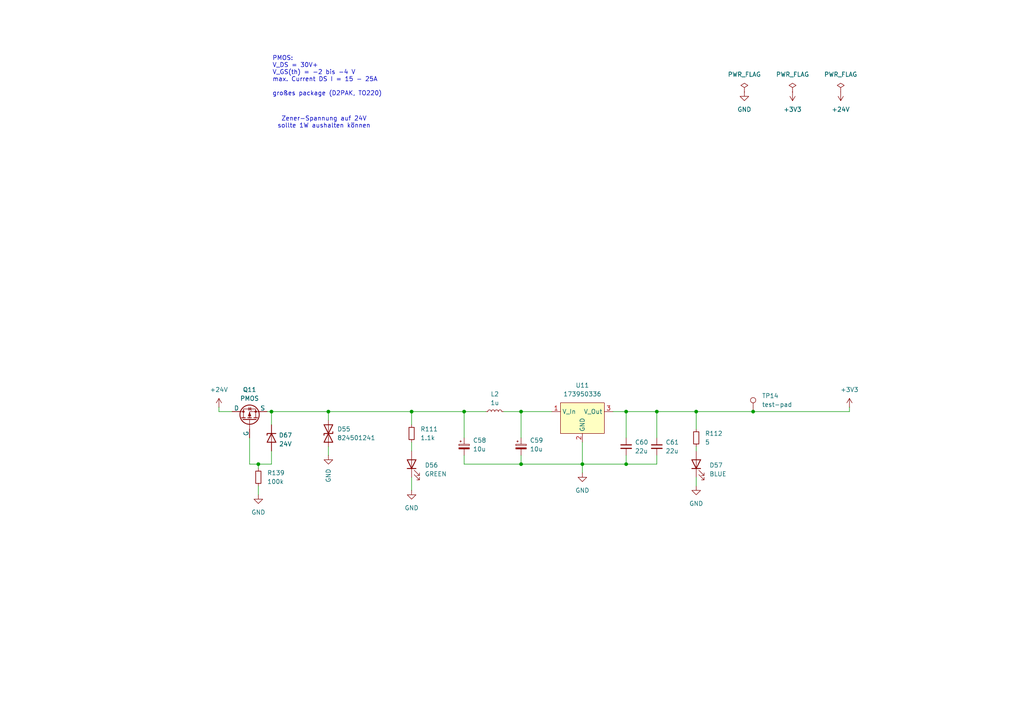
<source format=kicad_sch>
(kicad_sch (version 20231120) (generator "eeschema") (generator_version "8.0")
  (paper "A4")
  (title_block (title "PDU FT25") (date "2024-11-23") (rev "V1.1") (company "Janek Herm") (comment 1 "FaSTTUBe Electronics"))
  (lib_symbols
    (symbol "Connector:TestPoint" (pin_numbers hide) (pin_names (offset 0.762) hide)
      (property "Reference" "TP" (at 0 6.858 0))
      (property "Value" "TestPoint" (at 0 5.08 0))
      (symbol "TestPoint_0_1"
        (circle (center 0 3.302) (radius 0.762))
      )
      (symbol "TestPoint_1_1"
        (pin passive line (at 0 0 90) (length 2.54) (name "1") (number "1"))
      )
    )
    (symbol "Device:C_Polarized_Small" (pin_numbers hide) (pin_names (offset 0.254) hide)
      (property "Reference" "C" (at 0.254 1.778 0))
      (property "Value" "C_Polarized_Small" (at 0.254 -2.032 0))
      (symbol "C_Polarized_Small_0_1"
        (rectangle (start -1.524 -0.3048) (end 1.524 -0.6858) (fill (type outline)))
        (rectangle (start -1.524 0.6858) (end 1.524 0.3048))
        (polyline (pts (xy -1.27 1.524) (xy -0.762 1.524)))
        (polyline (pts (xy -1.016 1.27) (xy -1.016 1.778)))
      )
      (symbol "C_Polarized_Small_1_1"
        (pin passive line (at 0 2.54 270) (length 1.8542) (name "~") (number "1"))
        (pin passive line (at 0 -2.54 90) (length 1.8542) (name "~") (number "2"))
      )
    )
    (symbol "Device:C_Small" (pin_numbers hide) (pin_names (offset 0.254) hide)
      (property "Reference" "C" (at 0.254 1.778 0))
      (property "Value" "C_Small" (at 0.254 -2.032 0))
      (symbol "C_Small_0_1"
        (polyline (pts (xy -1.524 -0.508) (xy 1.524 -0.508)) (stroke (width 0.3302)))
        (polyline (pts (xy -1.524 0.508) (xy 1.524 0.508)) (stroke (width 0.3048)))
      )
      (symbol "C_Small_1_1"
        (pin passive line (at 0 2.54 270) (length 2.032) (name "~") (number "1"))
        (pin passive line (at 0 -2.54 90) (length 2.032) (name "~") (number "2"))
      )
    )
    (symbol "Device:D_TVS" (pin_numbers hide) (pin_names (offset 1.016) hide)
      (property "Reference" "D" (at 0 2.54 0))
      (property "Value" "D_TVS" (at 0 -2.54 0))
      (symbol "D_TVS_0_1"
        (polyline (pts (xy 1.27 0) (xy -1.27 0)))
        (polyline (pts (xy 0.508 1.27) (xy 0 1.27) (xy 0 -1.27) (xy -0.508 -1.27)) (stroke (width 0.254)))
        (polyline (pts (xy -2.54 1.27) (xy -2.54 -1.27) (xy 2.54 1.27) (xy 2.54 -1.27) (xy -2.54 1.27)) (stroke (width 0.254)))
      )
      (symbol "D_TVS_1_1"
        (pin passive line (at -3.81 0 0) (length 2.54) (name "A1") (number "1"))
        (pin passive line (at 3.81 0 180) (length 2.54) (name "A2") (number "2"))
      )
    )
    (symbol "Device:D_Zener" (pin_numbers hide) (pin_names (offset 1.016) hide)
      (property "Reference" "D" (at 0 2.54 0))
      (property "Value" "D_Zener" (at 0 -2.54 0))
      (symbol "D_Zener_0_1"
        (polyline (pts (xy 1.27 0) (xy -1.27 0)))
        (polyline (pts (xy -1.27 -1.27) (xy -1.27 1.27) (xy -0.762 1.27)) (stroke (width 0.254)))
        (polyline (pts (xy 1.27 -1.27) (xy 1.27 1.27) (xy -1.27 0) (xy 1.27 -1.27)) (stroke (width 0.254)))
      )
      (symbol "D_Zener_1_1"
        (pin passive line (at -3.81 0 0) (length 2.54) (name "K") (number "1"))
        (pin passive line (at 3.81 0 180) (length 2.54) (name "A") (number "2"))
      )
    )
    (symbol "Device:LED" (pin_numbers hide) (pin_names (offset 1.016) hide)
      (property "Reference" "D" (at 0 2.54 0))
      (property "Value" "LED" (at 0 -2.54 0))
      (symbol "LED_0_1"
        (polyline (pts (xy -1.27 -1.27) (xy -1.27 1.27)) (stroke (width 0.254)))
        (polyline (pts (xy -1.27 0) (xy 1.27 0)))
        (polyline (pts (xy 1.27 -1.27) (xy 1.27 1.27) (xy -1.27 0) (xy 1.27 -1.27)) (stroke (width 0.254)))
        (polyline (pts (xy -3.048 -0.762) (xy -4.572 -2.286) (xy -3.81 -2.286) (xy -4.572 -2.286) (xy -4.572 -1.524)))
        (polyline (pts (xy -1.778 -0.762) (xy -3.302 -2.286) (xy -2.54 -2.286) (xy -3.302 -2.286) (xy -3.302 -1.524)))
      )
      (symbol "LED_1_1"
        (pin passive line (at -3.81 0 0) (length 2.54) (name "K") (number "1"))
        (pin passive line (at 3.81 0 180) (length 2.54) (name "A") (number "2"))
      )
    )
    (symbol "Device:L_Small" (pin_numbers hide) (pin_names (offset 0.254) hide)
      (property "Reference" "L" (at 0.762 1.016 0))
      (property "Value" "L_Small" (at 0.762 -1.016 0))
      (symbol "L_Small_0_1"
        (arc (start 0 -2.032) (mid 0.5058 -1.524) (end 0 -1.016))
        (arc (start 0 -1.016) (mid 0.5058 -0.508) (end 0 0))
        (arc (start 0 0) (mid 0.5058 0.508) (end 0 1.016))
        (arc (start 0 1.016) (mid 0.5058 1.524) (end 0 2.032))
      )
      (symbol "L_Small_1_1"
        (pin passive line (at 0 2.54 270) (length 0.508) (name "~") (number "1"))
        (pin passive line (at 0 -2.54 90) (length 0.508) (name "~") (number "2"))
      )
    )
    (symbol "Device:R_Small" (pin_numbers hide) (pin_names (offset 0.254) hide)
      (property "Reference" "R" (at 0.762 0.508 0))
      (property "Value" "R_Small" (at 0.762 -1.016 0))
      (symbol "R_Small_0_1"
        (rectangle (start -0.762 1.778) (end 0.762 -1.778) (stroke (width 0.2032)))
      )
      (symbol "R_Small_1_1"
        (pin passive line (at 0 2.54 270) (length 0.762) (name "~") (number "1"))
        (pin passive line (at 0 -2.54 90) (length 0.762) (name "~") (number "2"))
      )
    )
    (symbol "FaSTTUBe_Voltage_Regulators:MagI3C-WPME-FDSM"
      (property "Reference" "U" (at 0 6.858 0))
      (property "Value" "WPME-FDSM" (at -0.254 4.826 0))
      (symbol "MagI3C-WPME-FDSM_1_1"
        (rectangle (start -6.35 3.81) (end 6.35 -5.08) (fill (type background)))
        (pin input line (at -8.89 1.27 0) (length 2.54) (name "V_In") (number "1"))
        (pin power_in line (at 0 -7.62 90) (length 2.54) (name "GND") (number "2"))
        (pin passive line (at 8.89 1.27 180) (length 2.54) (name "V_Out") (number "3"))
      )
    )
    (symbol "Simulation_SPICE:PMOS" (pin_numbers hide) (pin_names (offset 0))
      (property "Reference" "Q" (at 5.08 1.27 0))
      (property "Value" "PMOS" (at 5.08 -1.27 0))
      (symbol "PMOS_0_1"
        (polyline (pts (xy 0.254 0) (xy -2.54 0)))
        (polyline (pts (xy 0.254 1.905) (xy 0.254 -1.905)) (stroke (width 0.254)))
        (polyline (pts (xy 0.762 -1.27) (xy 0.762 -2.286)) (stroke (width 0.254)))
        (polyline (pts (xy 0.762 0.508) (xy 0.762 -0.508)) (stroke (width 0.254)))
        (polyline (pts (xy 0.762 2.286) (xy 0.762 1.27)) (stroke (width 0.254)))
        (polyline (pts (xy 2.54 2.54) (xy 2.54 1.778)))
        (polyline (pts (xy 2.54 -2.54) (xy 2.54 0) (xy 0.762 0)))
        (polyline (pts (xy 0.762 1.778) (xy 3.302 1.778) (xy 3.302 -1.778) (xy 0.762 -1.778)))
        (polyline (pts (xy 2.286 0) (xy 1.27 0.381) (xy 1.27 -0.381) (xy 2.286 0)) (fill (type outline)))
        (polyline (pts (xy 2.794 -0.508) (xy 2.921 -0.381) (xy 3.683 -0.381) (xy 3.81 -0.254)))
        (polyline (pts (xy 3.302 -0.381) (xy 2.921 0.254) (xy 3.683 0.254) (xy 3.302 -0.381)))
        (circle (center 1.651 0) (radius 2.794) (stroke (width 0.254)))
        (circle (center 2.54 -1.778) (radius 0.254) (fill (type outline)))
        (circle (center 2.54 1.778) (radius 0.254) (fill (type outline)))
      )
      (symbol "PMOS_1_1"
        (pin passive line (at 2.54 5.08 270) (length 2.54) (name "D") (number "1"))
        (pin input line (at -5.08 0 0) (length 2.54) (name "G") (number "2"))
        (pin passive line (at 2.54 -5.08 90) (length 2.54) (name "S") (number "3"))
      )
    )
    (symbol "power:+24V" (power) (pin_numbers hide) (pin_names (offset 0) hide)
      (property "Value" "+24V" (at 0 3.556 0))
      (symbol "+24V_0_1"
        (polyline (pts (xy -0.762 1.27) (xy 0 2.54)))
        (polyline (pts (xy 0 0) (xy 0 2.54)))
        (polyline (pts (xy 0 2.54) (xy 0.762 1.27)))
      )
      (symbol "+24V_1_1"
        (pin power_in line (at 0 0 90) (length 0) (name "~") (number "1"))
      )
    )
    (symbol "power:+3.3V" (power) (pin_numbers hide) (pin_names (offset 0) hide)
      (property "Value" "+3.3V" (at 0 3.556 0))
      (symbol "+3.3V_0_1"
        (polyline (pts (xy -0.762 1.27) (xy 0 2.54)))
        (polyline (pts (xy 0 0) (xy 0 2.54)))
        (polyline (pts (xy 0 2.54) (xy 0.762 1.27)))
      )
      (symbol "+3.3V_1_1"
        (pin power_in line (at 0 0 90) (length 0) (name "~") (number "1"))
      )
    )
    (symbol "power:GND" (power) (pin_numbers hide) (pin_names (offset 0) hide)
      (property "Value" "GND" (at 0 -3.81 0))
      (symbol "GND_0_1"
        (polyline (pts (xy 0 0) (xy 0 -1.27) (xy 1.27 -1.27) (xy 0 -2.54) (xy -1.27 -1.27) (xy 0 -1.27)))
      )
      (symbol "GND_1_1"
        (pin power_in line (at 0 0 270) (length 0) (name "~") (number "1"))
      )
    )
    (symbol "power:PWR_FLAG" (power) (pin_numbers hide) (pin_names (offset 0) hide)
      (property "Value" "PWR_FLAG" (at 0 3.81 0))
      (symbol "PWR_FLAG_0_0"
        (pin power_out line (at 0 0 90) (length 0) (name "~") (number "1"))
      )
      (symbol "PWR_FLAG_0_1"
        (polyline (pts (xy 0 0) (xy 0 1.27) (xy -1.016 1.905) (xy 0 2.54) (xy 1.016 1.905) (xy 0 1.27)))
      )
    )
  )
  (junction (at 95.25 119.38))
  (junction (at 181.61 134.62))
  (junction (at 181.61 119.38))
  (junction (at 190.5 119.38))
  (junction (at 218.44 119.38))
  (junction (at 168.91 134.62))
  (junction (at 201.93 119.38))
  (junction (at 134.62 119.38))
  (junction (at 78.74 119.38))
  (junction (at 119.38 119.38))
  (junction (at 151.13 134.62))
  (junction (at 151.13 119.38))
  (junction (at 74.93 134.62))
  (wire (pts (xy 201.93 119.38) (xy 218.44 119.38)))
  (wire (pts (xy 181.61 134.62) (xy 190.5 134.62)))
  (wire (pts (xy 181.61 132.08) (xy 181.61 134.62)))
  (wire (pts (xy 168.91 134.62) (xy 168.91 137.16)))
  (wire (pts (xy 72.39 134.62) (xy 74.93 134.62)))
  (wire (pts (xy 119.38 119.38) (xy 119.38 123.19)))
  (wire (pts (xy 151.13 119.38) (xy 160.02 119.38)))
  (wire (pts (xy 168.91 128.27) (xy 168.91 134.62)))
  (wire (pts (xy 95.25 119.38) (xy 119.38 119.38)))
  (wire (pts (xy 146.05 119.38) (xy 151.13 119.38)))
  (wire (pts (xy 181.61 119.38) (xy 181.61 127)))
  (wire (pts (xy 74.93 135.89) (xy 74.93 134.62)))
  (wire (pts (xy 95.25 119.38) (xy 95.25 121.92)))
  (wire (pts (xy 72.39 127) (xy 72.39 134.62)))
  (wire (pts (xy 119.38 119.38) (xy 134.62 119.38)))
  (wire (pts (xy 190.5 134.62) (xy 190.5 132.08)))
  (wire (pts (xy 74.93 140.97) (xy 74.93 143.51)))
  (wire (pts (xy 177.8 119.38) (xy 181.61 119.38)))
  (wire (pts (xy 63.5 119.38) (xy 67.31 119.38)))
  (wire (pts (xy 201.93 129.54) (xy 201.93 130.81)))
  (wire (pts (xy 78.74 130.81) (xy 78.74 134.62)))
  (wire (pts (xy 119.38 128.27) (xy 119.38 130.81)))
  (wire (pts (xy 151.13 119.38) (xy 151.13 127)))
  (wire (pts (xy 190.5 119.38) (xy 190.5 127)))
  (wire (pts (xy 168.91 134.62) (xy 181.61 134.62)))
  (wire (pts (xy 201.93 138.43) (xy 201.93 140.97)))
  (wire (pts (xy 119.38 138.43) (xy 119.38 142.24)))
  (wire (pts (xy 181.61 119.38) (xy 190.5 119.38)))
  (wire (pts (xy 190.5 119.38) (xy 201.93 119.38)))
  (wire (pts (xy 246.38 119.38) (xy 246.38 118.11)))
  (wire (pts (xy 218.44 119.38) (xy 246.38 119.38)))
  (wire (pts (xy 134.62 119.38) (xy 134.62 127)))
  (wire (pts (xy 63.5 119.38) (xy 63.5 118.11)))
  (wire (pts (xy 134.62 119.38) (xy 140.97 119.38)))
  (wire (pts (xy 95.25 132.08) (xy 95.25 129.54)))
  (wire (pts (xy 78.74 134.62) (xy 74.93 134.62)))
  (wire (pts (xy 78.74 119.38) (xy 78.74 123.19)))
  (wire (pts (xy 77.47 119.38) (xy 78.74 119.38)))
  (wire (pts (xy 78.74 119.38) (xy 95.25 119.38)))
  (wire (pts (xy 201.93 119.38) (xy 201.93 124.46)))
  (wire (pts (xy 151.13 132.08) (xy 151.13 134.62)))
  (wire (pts (xy 151.13 134.62) (xy 168.91 134.62)))
  (wire (pts (xy 134.62 132.08) (xy 134.62 134.62)))
  (wire (pts (xy 134.62 134.62) (xy 151.13 134.62)))
  (text "Zener-Spannung auf 24V\nsollte 1W aushalten können" (at 93.98 35.56 0) (effects (font (size 1.27 1.27))))
  (text "PMOS:\nV_DS = 30V+\nV_GS(th) = -2 bis -4 V\nmax. Current DS I = 15 - 25A\n\ngroßes package (D2PAK, TO220)" (at 78.994 22.098 0) (effects (font (size 1.27 1.27)) (justify left)))
  (symbol (lib_id "Device:R_Small") (at 119.38 125.73 0) (unit 1)
    (property "Reference" "R111" (at 121.92 124.4599 0) (effects (justify left)))
    (property "Value" "1.1k" (at 121.92 126.9999 0) (effects (justify left)))
    (property "Footprint" "Resistor_SMD:R_0603_1608Metric_Pad0.98x0.95mm_HandSolder" (effects (hide yes)))
    (property "Description" "Resistor, small symbol" (effects (hide yes)))
  )
  (symbol (lib_id "Device:R_Small") (at 74.93 138.43 0) (unit 1)
    (property "Reference" "R139" (at 77.47 137.1599 0) (effects (justify left)))
    (property "Value" "100k" (at 77.47 139.6999 0) (effects (justify left)))
    (property "Description" "Resistor, small symbol" (effects (hide yes)))
  )
  (symbol (lib_id "power:PWR_FLAG") (at 243.84 26.67 0) (unit 1)
    (property "Reference" "#FLG03" (effects (hide yes)))
    (property "Value" "PWR_FLAG" (at 243.84 21.59 0))
    (property "Description" "Special symbol for telling ERC where power comes from" (effects (hide yes)))
  )
  (symbol (lib_id "power:+3.3V") (at 246.38 118.11 0) (unit 1)
    (property "Reference" "#PWR0174" (effects (hide yes)))
    (property "Value" "+3V3" (at 246.38 113.03 0))
    (property "Description" "Power symbol creates a global label with name \"+3.3V\"" (effects (hide yes)))
  )
  (symbol (lib_id "Device:C_Small") (at 181.61 129.54 0) (unit 1)
    (property "Reference" "C60" (at 184.15 128.2762 0) (effects (justify left)))
    (property "Value" "22u" (at 184.15 130.8162 0) (effects (justify left)))
    (property "Footprint" "Capacitor_SMD:C_1210_3225Metric_Pad1.33x2.70mm_HandSolder" (effects (hide yes)))
    (property "Description" "Unpolarized capacitor, small symbol" (effects (hide yes)))
    (property "MPR" "885012109014" (effects (hide yes)))
  )
  (symbol (lib_id "power:PWR_FLAG") (at 215.9 26.67 0) (unit 1)
    (property "Reference" "#FLG01" (effects (hide yes)))
    (property "Value" "PWR_FLAG" (at 215.9 21.59 0))
    (property "Description" "Special symbol for telling ERC where power comes from" (effects (hide yes)))
  )
  (symbol (lib_id "Device:D_Zener") (at 78.74 127 90) (mirror x) (unit 1)
    (property "Reference" "D67" (at 82.804 126.238 90))
    (property "Value" "24V" (at 82.804 128.778 90))
    (property "Footprint" "3SMAJ5934B-TP:DIOM5226X244N" (effects (hide yes)))
    (property "Datasheet" "https://www.mouser.de/datasheet/2/258/3SMAJ5918B_3SMAJ5956B_SMA_-3423242.pdf" (effects (hide yes)))
    (property "Description" "Zener diode" (effects (hide yes)))
    (property "MPR" "3SMAJ5934B-TP" (effects (hide yes)))
  )
  (symbol (lib_id "Device:C_Small") (at 190.5 129.54 0) (unit 1)
    (property "Reference" "C61" (at 193.04 128.2762 0) (effects (justify left)))
    (property "Value" "22u" (at 193.04 130.8162 0) (effects (justify left)))
    (property "Footprint" "Capacitor_SMD:C_1210_3225Metric_Pad1.33x2.70mm_HandSolder" (effects (hide yes)))
    (property "Description" "Unpolarized capacitor, small symbol" (effects (hide yes)))
    (property "MPR" "885012109014" (effects (hide yes)))
  )
  (symbol (lib_id "power:GND") (at 119.38 142.24 0) (unit 1)
    (property "Reference" "#PWR0177" (effects (hide yes)))
    (property "Value" "GND" (at 119.38 147.32 0))
    (property "Description" "Power symbol creates a global label with name \"GND\" , ground" (effects (hide yes)))
  )
  (symbol (lib_id "Device:L_Small") (at 143.51 119.38 90) (unit 1)
    (property "Reference" "L2" (at 143.51 114.3 90))
    (property "Value" "1u" (at 143.51 116.84 90))
    (property "Footprint" "7447730:WE-PD2_453255" (effects (hide yes)))
    (property "Datasheet" "https://www.we-online.com/components/products/datasheet/7447730.pdf" (effects (hide yes)))
    (property "Description" "Inductor, small symbol" (effects (hide yes)))
    (property "MPR" "WE 7447730" (effects (hide yes)))
  )
  (symbol (lib_id "Device:LED") (at 119.38 134.62 90) (unit 1)
    (property "Reference" "D56" (at 123.19 134.9374 90) (effects (justify right)))
    (property "Value" "GREEN" (at 123.19 137.4774 90) (effects (justify right)))
    (property "Footprint" "Resistor_SMD:R_0603_1608Metric_Pad0.98x0.95mm_HandSolder" (effects (hide yes)))
    (property "Datasheet" "https://www.we-online.com/components/products/datasheet/150040GS73220.pdf" (effects (hide yes)))
    (property "Description" "Light emitting diode" (effects (hide yes)))
    (property "MPR" "150040GS73220" (effects (hide yes)))
  )
  (symbol (lib_id "power:GND") (at 74.93 143.51 0) (unit 1)
    (property "Reference" "#PWR0198" (effects (hide yes)))
    (property "Value" "GND" (at 74.93 148.59 0))
    (property "Description" "Power symbol creates a global label with name \"GND\" , ground" (effects (hide yes)))
  )
  (symbol (lib_id "power:+3.3V") (at 229.87 26.67 180) (unit 1)
    (property "Reference" "#PWR0166" (effects (hide yes)))
    (property "Value" "+3V3" (at 229.87 31.75 0))
    (property "Description" "Power symbol creates a global label with name \"+3.3V\"" (effects (hide yes)))
  )
  (symbol (lib_id "power:GND") (at 215.9 26.67 0) (unit 1)
    (property "Reference" "#PWR0165" (effects (hide yes)))
    (property "Value" "GND" (at 215.9 31.75 0))
    (property "Description" "Power symbol creates a global label with name \"GND\" , ground" (effects (hide yes)))
  )
  (symbol (lib_id "power:PWR_FLAG") (at 229.87 26.67 0) (unit 1)
    (property "Reference" "#FLG02" (effects (hide yes)))
    (property "Value" "PWR_FLAG" (at 229.87 21.59 0))
    (property "Description" "Special symbol for telling ERC where power comes from" (effects (hide yes)))
  )
  (symbol (lib_id "Device:C_Polarized_Small") (at 151.13 129.54 0) (unit 1)
    (property "Reference" "C59" (at 153.67 127.7238 0) (effects (justify left)))
    (property "Value" "10u" (at 153.67 130.2638 0) (effects (justify left)))
    (property "Footprint" "875115852001:CAPAE830X900N" (effects (hide yes)))
    (property "Datasheet" "https://www.we-online.com/components/products/datasheet/875115852001.pdf" (effects (hide yes)))
    (property "Description" "Polarized capacitor, small symbol" (effects (hide yes)))
    (property "MPR" "875115852001" (effects (hide yes)))
  )
  (symbol (lib_id "Device:D_TVS") (at 95.25 125.73 90) (mirror x) (unit 1)
    (property "Reference" "D55" (at 97.79 124.4599 90) (effects (justify right)))
    (property "Value" "824501241" (at 97.79 126.9999 90) (effects (justify right)))
    (property "Footprint" "824501241:DIOM5127X250N" (effects (hide yes)))
    (property "Datasheet" "https://www.we-online.com/components/products/datasheet/824501241.pdf" (effects (hide yes)))
    (property "Description" "Bidirectional transient-voltage-suppression diode" (effects (hide yes)))
  )
  (symbol (lib_id "Device:LED") (at 201.93 134.62 90) (unit 1)
    (property "Reference" "D57" (at 205.74 134.9374 90) (effects (justify right)))
    (property "Value" "BLUE" (at 205.74 137.4774 90) (effects (justify right)))
    (property "Footprint" "Resistor_SMD:R_0603_1608Metric_Pad0.98x0.95mm_HandSolder" (effects (hide yes)))
    (property "Datasheet" "https://www.we-online.com/components/products/datasheet/150040BS73220.pdf" (effects (hide yes)))
    (property "Description" "Light emitting diode" (effects (hide yes)))
    (property "MPR" "150040BS73220" (effects (hide yes)))
  )
  (symbol (lib_id "Connector:TestPoint") (at 218.44 119.38 0) (unit 1)
    (property "Reference" "TP14" (at 220.98 114.8079 0) (effects (justify left)))
    (property "Value" "test-pad" (at 220.98 117.3479 0) (effects (justify left)))
    (property "Description" "test point" (effects (hide yes)))
  )
  (symbol (lib_id "power:+24V") (at 243.84 26.67 180) (unit 1)
    (property "Reference" "#PWR0167" (effects (hide yes)))
    (property "Value" "+24V" (at 243.84 31.75 0))
    (property "Description" "Power symbol creates a global label with name \"+24V\"" (effects (hide yes)))
  )
  (symbol (lib_id "power:+24V") (at 63.5 118.11 0) (unit 1)
    (property "Reference" "#PWR0172" (effects (hide yes)))
    (property "Value" "+24V" (at 63.5 113.03 0))
    (property "Description" "Power symbol creates a global label with name \"+24V\"" (effects (hide yes)))
  )
  (symbol (lib_id "FaSTTUBe_Voltage_Regulators:MagI3C-WPME-FDSM") (at 168.91 120.65 0) (unit 1)
    (property "Reference" "U11" (at 168.91 111.76 0))
    (property "Value" "173950336" (at 168.91 114.3 0))
    (property "Footprint" "173010342:173010342" (effects (hide yes)))
    (property "Datasheet" "https://www.we-online.com/components/products/datasheet/173950336.pdf" (effects (hide yes)))
  )
  (symbol (lib_id "power:GND") (at 95.25 132.08 0) (mirror y) (unit 1)
    (property "Reference" "#PWR0173" (effects (hide yes)))
    (property "Value" "GND" (at 95.2501 135.89 90) (effects (justify right)))
    (property "Description" "Power symbol creates a global label with name \"GND\" , ground" (effects (hide yes)))
  )
  (symbol (lib_id "Simulation_SPICE:PMOS") (at 72.39 121.92 90) (unit 1)
    (property "Reference" "Q11" (at 72.39 113.03 90))
    (property "Value" "PMOS" (at 72.39 115.57 90))
    (property "Datasheet" "https://ngspice.sourceforge.io/docs/ngspice-html-manual/manual.xhtml#cha_MOSFETs" (effects (hide yes)))
    (property "Description" "P-MOSFET transistor, drain/source/gate" (effects (hide yes)))
    (property "Sim.Device" "PMOS" (effects (hide yes)))
    (property "Sim.Type" "VDMOS" (effects (hide yes)))
    (property "Sim.Pins" "1=D 2=G 3=S" (effects (hide yes)))
  )
  (symbol (lib_id "Device:R_Small") (at 201.93 127 0) (unit 1)
    (property "Reference" "R112" (at 204.47 125.7299 0) (effects (justify left)))
    (property "Value" "5" (at 204.47 128.2699 0) (effects (justify left)))
    (property "Footprint" "Resistor_SMD:R_0603_1608Metric_Pad0.98x0.95mm_HandSolder" (effects (hide yes)))
    (property "Description" "Resistor, small symbol" (effects (hide yes)))
  )
  (symbol (lib_id "power:GND") (at 201.93 140.97 0) (unit 1)
    (property "Reference" "#PWR0176" (effects (hide yes)))
    (property "Value" "GND" (at 201.93 146.05 0))
    (property "Description" "Power symbol creates a global label with name \"GND\" , ground" (effects (hide yes)))
  )
  (symbol (lib_id "power:GND") (at 168.91 137.16 0) (unit 1)
    (property "Reference" "#PWR0175" (effects (hide yes)))
    (property "Value" "GND" (at 168.91 142.24 0))
    (property "Description" "Power symbol creates a global label with name \"GND\" , ground" (effects (hide yes)))
  )
  (symbol (lib_id "Device:C_Polarized_Small") (at 134.62 129.54 0) (unit 1)
    (property "Reference" "C58" (at 137.16 127.7238 0) (effects (justify left)))
    (property "Value" "10u" (at 137.16 130.2638 0) (effects (justify left)))
    (property "Footprint" "875115852001:CAPAE830X900N" (effects (hide yes)))
    (property "Datasheet" "https://www.we-online.com/components/products/datasheet/875115852001.pdf" (effects (hide yes)))
    (property "Description" "Polarized capacitor, small symbol" (effects (hide yes)))
    (property "MPR" "875115852001" (effects (hide yes)))
  )
)
</source>
